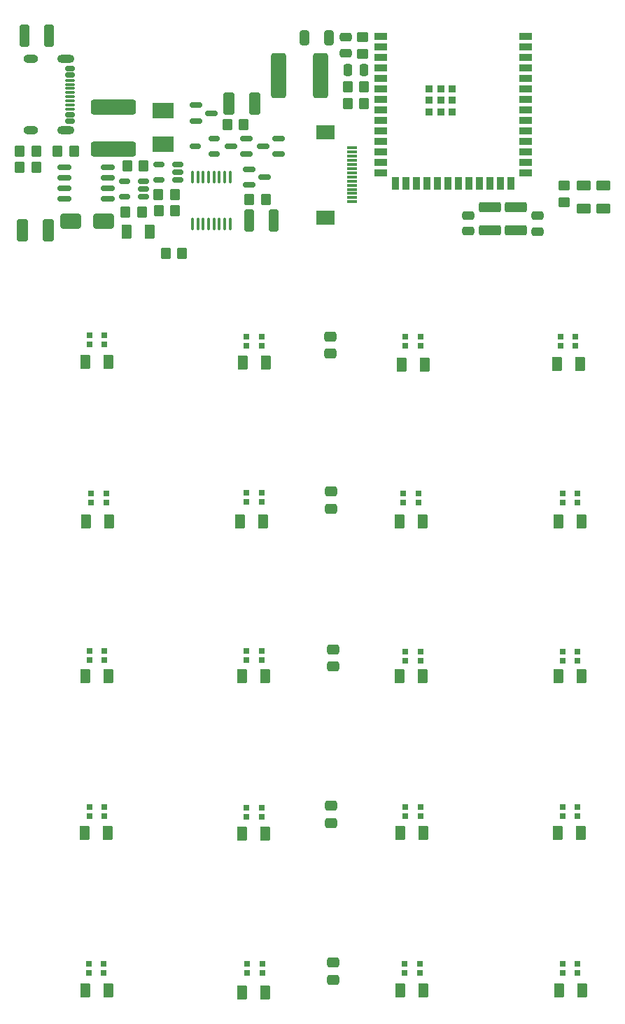
<source format=gbr>
%TF.GenerationSoftware,KiCad,Pcbnew,8.0.8-8.0.8-0~ubuntu22.04.1*%
%TF.CreationDate,2025-02-03T23:53:40+00:00*%
%TF.ProjectId,numcalcium,6e756d63-616c-4636-9975-6d2e6b696361,rev?*%
%TF.SameCoordinates,Original*%
%TF.FileFunction,Paste,Top*%
%TF.FilePolarity,Positive*%
%FSLAX46Y46*%
G04 Gerber Fmt 4.6, Leading zero omitted, Abs format (unit mm)*
G04 Created by KiCad (PCBNEW 8.0.8-8.0.8-0~ubuntu22.04.1) date 2025-02-03 23:53:40*
%MOMM*%
%LPD*%
G01*
G04 APERTURE LIST*
G04 Aperture macros list*
%AMRoundRect*
0 Rectangle with rounded corners*
0 $1 Rounding radius*
0 $2 $3 $4 $5 $6 $7 $8 $9 X,Y pos of 4 corners*
0 Add a 4 corners polygon primitive as box body*
4,1,4,$2,$3,$4,$5,$6,$7,$8,$9,$2,$3,0*
0 Add four circle primitives for the rounded corners*
1,1,$1+$1,$2,$3*
1,1,$1+$1,$4,$5*
1,1,$1+$1,$6,$7*
1,1,$1+$1,$8,$9*
0 Add four rect primitives between the rounded corners*
20,1,$1+$1,$2,$3,$4,$5,0*
20,1,$1+$1,$4,$5,$6,$7,0*
20,1,$1+$1,$6,$7,$8,$9,0*
20,1,$1+$1,$8,$9,$2,$3,0*%
G04 Aperture macros list end*
%ADD10R,0.700000X0.700000*%
%ADD11RoundRect,0.150000X0.512500X0.150000X-0.512500X0.150000X-0.512500X-0.150000X0.512500X-0.150000X0*%
%ADD12RoundRect,0.250000X0.375000X0.625000X-0.375000X0.625000X-0.375000X-0.625000X0.375000X-0.625000X0*%
%ADD13RoundRect,0.250000X-0.350000X-0.450000X0.350000X-0.450000X0.350000X0.450000X-0.350000X0.450000X0*%
%ADD14RoundRect,0.100000X0.100000X-0.637500X0.100000X0.637500X-0.100000X0.637500X-0.100000X-0.637500X0*%
%ADD15RoundRect,0.250000X0.650000X2.450000X-0.650000X2.450000X-0.650000X-2.450000X0.650000X-2.450000X0*%
%ADD16RoundRect,0.250000X0.350000X0.450000X-0.350000X0.450000X-0.350000X-0.450000X0.350000X-0.450000X0*%
%ADD17RoundRect,0.250000X0.475000X-0.337500X0.475000X0.337500X-0.475000X0.337500X-0.475000X-0.337500X0*%
%ADD18RoundRect,0.250000X0.412500X1.100000X-0.412500X1.100000X-0.412500X-1.100000X0.412500X-1.100000X0*%
%ADD19RoundRect,0.250000X-0.475000X0.250000X-0.475000X-0.250000X0.475000X-0.250000X0.475000X0.250000X0*%
%ADD20RoundRect,0.150000X0.587500X0.150000X-0.587500X0.150000X-0.587500X-0.150000X0.587500X-0.150000X0*%
%ADD21RoundRect,0.250000X0.625000X-0.375000X0.625000X0.375000X-0.625000X0.375000X-0.625000X-0.375000X0*%
%ADD22RoundRect,0.250000X-0.375000X-0.625000X0.375000X-0.625000X0.375000X0.625000X-0.375000X0.625000X0*%
%ADD23RoundRect,0.250000X0.325000X0.650000X-0.325000X0.650000X-0.325000X-0.650000X0.325000X-0.650000X0*%
%ADD24RoundRect,0.150000X-0.587500X-0.150000X0.587500X-0.150000X0.587500X0.150000X-0.587500X0.150000X0*%
%ADD25RoundRect,0.150000X-0.425000X0.150000X-0.425000X-0.150000X0.425000X-0.150000X0.425000X0.150000X0*%
%ADD26RoundRect,0.075000X-0.500000X0.075000X-0.500000X-0.075000X0.500000X-0.075000X0.500000X0.075000X0*%
%ADD27O,2.100000X1.000000*%
%ADD28O,1.800000X1.000000*%
%ADD29R,2.500000X1.900000*%
%ADD30R,0.900000X0.900000*%
%ADD31R,1.500000X0.900000*%
%ADD32R,0.900000X1.500000*%
%ADD33RoundRect,0.250000X1.000000X0.650000X-1.000000X0.650000X-1.000000X-0.650000X1.000000X-0.650000X0*%
%ADD34RoundRect,0.250000X1.075000X-0.375000X1.075000X0.375000X-1.075000X0.375000X-1.075000X-0.375000X0*%
%ADD35RoundRect,0.250000X0.325000X1.100000X-0.325000X1.100000X-0.325000X-1.100000X0.325000X-1.100000X0*%
%ADD36RoundRect,0.250000X-0.412500X-1.100000X0.412500X-1.100000X0.412500X1.100000X-0.412500X1.100000X0*%
%ADD37RoundRect,0.250000X-0.450000X0.350000X-0.450000X-0.350000X0.450000X-0.350000X0.450000X0.350000X0*%
%ADD38RoundRect,0.250000X-2.450000X0.650000X-2.450000X-0.650000X2.450000X-0.650000X2.450000X0.650000X0*%
%ADD39RoundRect,0.150000X0.675000X0.150000X-0.675000X0.150000X-0.675000X-0.150000X0.675000X-0.150000X0*%
%ADD40RoundRect,0.250000X-1.075000X0.375000X-1.075000X-0.375000X1.075000X-0.375000X1.075000X0.375000X0*%
%ADD41RoundRect,0.250000X0.250000X0.475000X-0.250000X0.475000X-0.250000X-0.475000X0.250000X-0.475000X0*%
%ADD42R,1.300000X0.300000*%
%ADD43R,2.200000X1.800000*%
G04 APERTURE END LIST*
D10*
%TO.C,D38*%
X27952879Y-36410843D03*
X27952879Y-35310843D03*
X29782879Y-35310843D03*
X29782879Y-36410843D03*
%TD*%
D11*
%TO.C,U1*%
X15501379Y-18430843D03*
X15501379Y-17480843D03*
X15501379Y-16530843D03*
X13226379Y-16530843D03*
X13226379Y-18430843D03*
%TD*%
D12*
%TO.C,D1*%
X11265879Y-114416843D03*
X8465879Y-114416843D03*
%TD*%
D13*
%TO.C,R10*%
X28292000Y-18764000D03*
X30292000Y-18764000D03*
%TD*%
D14*
%TO.C,U3*%
X21432879Y-16018343D03*
X22082879Y-16018343D03*
X22732879Y-16018343D03*
X23382879Y-16018343D03*
X24032879Y-16018343D03*
X24682879Y-16018343D03*
X25332879Y-16018343D03*
X25982879Y-16018343D03*
X25982879Y-21743343D03*
X25332879Y-21743343D03*
X24682879Y-21743343D03*
X24032879Y-21743343D03*
X23382879Y-21743343D03*
X22732879Y-21743343D03*
X22082879Y-21743343D03*
X21432879Y-21743343D03*
%TD*%
D15*
%TO.C,C6*%
X36947479Y-3788043D03*
X31847479Y-3788043D03*
%TD*%
D16*
%TO.C,R17*%
X2555879Y-14862443D03*
X555879Y-14862443D03*
%TD*%
D17*
%TO.C,C17*%
X38457879Y-75238343D03*
X38457879Y-73163343D03*
%TD*%
D13*
%TO.C,R5*%
X40215879Y-7116843D03*
X42215879Y-7116843D03*
%TD*%
D12*
%TO.C,D4*%
X68565879Y-114416843D03*
X65765879Y-114416843D03*
%TD*%
%TO.C,D20*%
X68315879Y-38616843D03*
X65515879Y-38616843D03*
%TD*%
%TO.C,D5*%
X11165879Y-95416843D03*
X8365879Y-95416843D03*
%TD*%
D10*
%TO.C,D36*%
X66202879Y-55410843D03*
X66202879Y-54310843D03*
X68032879Y-54310843D03*
X68032879Y-55410843D03*
%TD*%
D12*
%TO.C,D9*%
X11265879Y-76416843D03*
X8465879Y-76416843D03*
%TD*%
D18*
%TO.C,C22*%
X890879Y-22480843D03*
X4015879Y-22480843D03*
%TD*%
D12*
%TO.C,D12*%
X68515879Y-76416843D03*
X65715879Y-76416843D03*
%TD*%
%TO.C,D18*%
X30365879Y-38516843D03*
X27565879Y-38516843D03*
%TD*%
D19*
%TO.C,C8*%
X39995479Y870357D03*
X39995479Y-1029643D03*
%TD*%
D20*
%TO.C,Q3*%
X27929500Y-13264000D03*
X27929500Y-11364000D03*
X26054500Y-12314000D03*
%TD*%
D10*
%TO.C,D40*%
X65952879Y-36410843D03*
X65952879Y-35310843D03*
X67782879Y-35310843D03*
X67782879Y-36410843D03*
%TD*%
D21*
%TO.C,D46*%
X71107879Y-19880843D03*
X71107879Y-17080843D03*
%TD*%
D22*
%TO.C,D44*%
X13507879Y-22680843D03*
X16307879Y-22680843D03*
%TD*%
D12*
%TO.C,D10*%
X30265879Y-76416843D03*
X27465879Y-76416843D03*
%TD*%
D10*
%TO.C,D39*%
X47202879Y-36410843D03*
X47202879Y-35310843D03*
X49032879Y-35310843D03*
X49032879Y-36410843D03*
%TD*%
D17*
%TO.C,C18*%
X38192000Y-94180843D03*
X38192000Y-92105843D03*
%TD*%
%TO.C,C14*%
X38092000Y-37385843D03*
X38092000Y-35310843D03*
%TD*%
D23*
%TO.C,C7*%
X37967000Y836000D03*
X35017000Y836000D03*
%TD*%
D24*
%TO.C,Q1*%
X21854500Y-7351500D03*
X21854500Y-9251500D03*
X23729500Y-8301500D03*
%TD*%
D25*
%TO.C,J6*%
X6662879Y-2880843D03*
X6662879Y-3680843D03*
D26*
X6662879Y-4830843D03*
X6662879Y-5830843D03*
X6662879Y-6330843D03*
X6662879Y-7330843D03*
D25*
X6662879Y-8480843D03*
X6662879Y-9280843D03*
X6662879Y-9280843D03*
X6662879Y-8480843D03*
D26*
X6662879Y-7830843D03*
X6662879Y-6830843D03*
X6662879Y-5330843D03*
X6662879Y-4330843D03*
D25*
X6662879Y-3680843D03*
X6662879Y-2880843D03*
D27*
X6087879Y-1760843D03*
D28*
X1907879Y-1760843D03*
D27*
X6087879Y-10400843D03*
D28*
X1907879Y-10400843D03*
%TD*%
D29*
%TO.C,L1*%
X17907879Y-12080843D03*
X17907879Y-7980843D03*
%TD*%
D12*
%TO.C,D16*%
X68515879Y-57716843D03*
X65715879Y-57716843D03*
%TD*%
D30*
%TO.C,U4*%
X50067668Y-5362723D03*
X50067668Y-6762723D03*
X50067668Y-8162723D03*
X51467668Y-5362723D03*
X51467668Y-6762723D03*
X51467668Y-8162723D03*
X52867668Y-5362723D03*
X52867668Y-6762723D03*
X52867668Y-8162723D03*
D31*
X44217668Y957277D03*
X44217668Y-312723D03*
X44217668Y-1582723D03*
X44217668Y-2852723D03*
X44217668Y-4122723D03*
X44217668Y-5392723D03*
X44217668Y-6662723D03*
X44217668Y-7932723D03*
X44217668Y-9202723D03*
X44217668Y-10472723D03*
X44217668Y-11742723D03*
X44217668Y-13012723D03*
X44217668Y-14282723D03*
X44217668Y-15552723D03*
D32*
X45982668Y-16802723D03*
X47252668Y-16802723D03*
X48522668Y-16802723D03*
X49792668Y-16802723D03*
X51062668Y-16802723D03*
X52332668Y-16802723D03*
X53602668Y-16802723D03*
X54872668Y-16802723D03*
X56142668Y-16802723D03*
X57412668Y-16802723D03*
X58682668Y-16802723D03*
X59952668Y-16802723D03*
D31*
X61717668Y-15552723D03*
X61717668Y-14282723D03*
X61717668Y-13012723D03*
X61717668Y-11742723D03*
X61717668Y-10472723D03*
X61717668Y-9202723D03*
X61717668Y-7932723D03*
X61717668Y-6662723D03*
X61717668Y-5392723D03*
X61717668Y-4122723D03*
X61717668Y-2852723D03*
X61717668Y-1582723D03*
X61717668Y-312723D03*
X61717668Y957277D03*
%TD*%
D12*
%TO.C,D6*%
X30215879Y-95480843D03*
X27415879Y-95480843D03*
%TD*%
D33*
%TO.C,D43*%
X10707879Y-21380843D03*
X6707879Y-21380843D03*
%TD*%
D10*
%TO.C,D30*%
X27957879Y-74468343D03*
X27957879Y-73368343D03*
X29787879Y-73368343D03*
X29787879Y-74468343D03*
%TD*%
D16*
%TO.C,R16*%
X2555879Y-12887923D03*
X555879Y-12887923D03*
%TD*%
D12*
%TO.C,D11*%
X49265879Y-76416843D03*
X46465879Y-76416843D03*
%TD*%
D16*
%TO.C,R8*%
X19336779Y-20108843D03*
X17336779Y-20108843D03*
%TD*%
D34*
%TO.C,L2*%
X57392000Y-22464000D03*
X57392000Y-19664000D03*
%TD*%
D12*
%TO.C,D13*%
X11365879Y-57716843D03*
X8565879Y-57716843D03*
%TD*%
D35*
%TO.C,C1*%
X1131679Y1088757D03*
X4081679Y1088757D03*
%TD*%
D24*
%TO.C,Q6*%
X28317000Y-15114000D03*
X28317000Y-17014000D03*
X30192000Y-16064000D03*
%TD*%
D36*
%TO.C,C3*%
X25867000Y-7114000D03*
X28992000Y-7114000D03*
%TD*%
D10*
%TO.C,D34*%
X27952879Y-55310843D03*
X27952879Y-54210843D03*
X29782879Y-54210843D03*
X29782879Y-55310843D03*
%TD*%
D37*
%TO.C,R12*%
X66434279Y-17081843D03*
X66434279Y-19081843D03*
%TD*%
D16*
%TO.C,R3*%
X15551379Y-14730843D03*
X13551379Y-14730843D03*
%TD*%
D12*
%TO.C,D8*%
X68415879Y-95416843D03*
X65615879Y-95416843D03*
%TD*%
D38*
%TO.C,C2*%
X11907879Y-7537243D03*
X11907879Y-12637243D03*
%TD*%
D21*
%TO.C,D45*%
X68801668Y-19878123D03*
X68801668Y-17078123D03*
%TD*%
D17*
%TO.C,C19*%
X38457879Y-113130843D03*
X38457879Y-111055843D03*
%TD*%
D10*
%TO.C,D33*%
X9202879Y-55410843D03*
X9202879Y-54310843D03*
X11032879Y-54310843D03*
X11032879Y-55410843D03*
%TD*%
%TO.C,D37*%
X8952879Y-36310843D03*
X8952879Y-35210843D03*
X10782879Y-35210843D03*
X10782879Y-36310843D03*
%TD*%
D39*
%TO.C,Q5*%
X11193379Y-18690843D03*
X11193379Y-17420843D03*
X11193379Y-16150843D03*
X11193379Y-14880843D03*
X5943379Y-14880843D03*
X5943379Y-16150843D03*
X5943379Y-17420843D03*
X5943379Y-18690843D03*
%TD*%
D13*
%TO.C,R26*%
X5107879Y-12880843D03*
X7107879Y-12880843D03*
%TD*%
D35*
%TO.C,C5*%
X31217000Y-21314000D03*
X28267000Y-21314000D03*
%TD*%
D12*
%TO.C,D2*%
X30265879Y-114666843D03*
X27465879Y-114666843D03*
%TD*%
D10*
%TO.C,D21*%
X10702879Y-112310843D03*
X10702879Y-111210843D03*
X8872879Y-111210843D03*
X8872879Y-112310843D03*
%TD*%
D16*
%TO.C,R4*%
X15307879Y-20280843D03*
X13307879Y-20280843D03*
%TD*%
D40*
%TO.C,L3*%
X60592000Y-19664000D03*
X60592000Y-22464000D03*
%TD*%
D11*
%TO.C,U5*%
X24079500Y-13264000D03*
X24079500Y-11364000D03*
X21804500Y-12314000D03*
%TD*%
%TO.C,U2*%
X19682979Y-16399343D03*
X19682979Y-15449343D03*
X19682979Y-14499343D03*
X17407979Y-14499343D03*
X17407979Y-16399343D03*
%TD*%
D10*
%TO.C,D35*%
X46952879Y-55410843D03*
X46952879Y-54310843D03*
X48782879Y-54310843D03*
X48782879Y-55410843D03*
%TD*%
%TO.C,D26*%
X29782879Y-93410843D03*
X29782879Y-92310843D03*
X27952879Y-92310843D03*
X27952879Y-93410843D03*
%TD*%
D12*
%TO.C,D19*%
X49565879Y-38766843D03*
X46765879Y-38766843D03*
%TD*%
D10*
%TO.C,D31*%
X47207879Y-74568343D03*
X47207879Y-73468343D03*
X49037879Y-73468343D03*
X49037879Y-74568343D03*
%TD*%
D16*
%TO.C,R9*%
X19285979Y-18126643D03*
X17285979Y-18126643D03*
%TD*%
D13*
%TO.C,R1*%
X18192000Y-25264000D03*
X20192000Y-25264000D03*
%TD*%
D12*
%TO.C,D14*%
X30015879Y-57716843D03*
X27215879Y-57716843D03*
%TD*%
%TO.C,D17*%
X11265879Y-38366843D03*
X8465879Y-38366843D03*
%TD*%
D41*
%TO.C,C4*%
X42165879Y-3116843D03*
X40265879Y-3116843D03*
%TD*%
D12*
%TO.C,D15*%
X49265879Y-57716843D03*
X46465879Y-57716843D03*
%TD*%
D16*
%TO.C,R7*%
X27642000Y-9664000D03*
X25642000Y-9664000D03*
%TD*%
D12*
%TO.C,D7*%
X49415879Y-95416843D03*
X46615879Y-95416843D03*
%TD*%
%TO.C,D3*%
X49415879Y-114416843D03*
X46615879Y-114416843D03*
%TD*%
D42*
%TO.C,J1*%
X40757879Y-12530843D03*
X40757879Y-13030843D03*
X40757879Y-13530843D03*
X40757879Y-14030843D03*
X40757879Y-14530843D03*
X40757879Y-15030843D03*
X40757879Y-15530843D03*
X40757879Y-16030843D03*
X40757879Y-16530843D03*
X40757879Y-17030843D03*
X40757879Y-17530843D03*
X40757879Y-18030843D03*
X40757879Y-18530843D03*
X40757879Y-19030843D03*
D43*
X37507879Y-10630843D03*
X37507879Y-20930843D03*
%TD*%
D16*
%TO.C,R6*%
X42215879Y-5116843D03*
X40215879Y-5116843D03*
%TD*%
D19*
%TO.C,C21*%
X54792000Y-20664000D03*
X54792000Y-22564000D03*
%TD*%
D10*
%TO.C,D29*%
X10787879Y-74468343D03*
X10787879Y-73368343D03*
X8957879Y-73368343D03*
X8957879Y-74468343D03*
%TD*%
D37*
%TO.C,R14*%
X41976679Y853557D03*
X41976679Y-1146443D03*
%TD*%
D19*
%TO.C,C20*%
X63192000Y-20714000D03*
X63192000Y-22614000D03*
%TD*%
D17*
%TO.C,C16*%
X38192000Y-56155843D03*
X38192000Y-54080843D03*
%TD*%
D10*
%TO.C,D32*%
X66207879Y-74568343D03*
X66207879Y-73468343D03*
X68037879Y-73468343D03*
X68037879Y-74568343D03*
%TD*%
D20*
%TO.C,Q2*%
X31829500Y-13264000D03*
X31829500Y-11364000D03*
X29954500Y-12314000D03*
%TD*%
D10*
%TO.C,D24*%
X66202879Y-112310843D03*
X66202879Y-111210843D03*
X68032879Y-111210843D03*
X68032879Y-112310843D03*
%TD*%
%TO.C,D28*%
X66202879Y-93310843D03*
X66202879Y-92210843D03*
X68032879Y-92210843D03*
X68032879Y-93310843D03*
%TD*%
%TO.C,D27*%
X47202879Y-93310843D03*
X47202879Y-92210843D03*
X49032879Y-92210843D03*
X49032879Y-93310843D03*
%TD*%
%TO.C,D25*%
X8952879Y-93310843D03*
X8952879Y-92210843D03*
X10782879Y-92210843D03*
X10782879Y-93310843D03*
%TD*%
%TO.C,D23*%
X47122879Y-112310843D03*
X47122879Y-111210843D03*
X48952879Y-111210843D03*
X48952879Y-112310843D03*
%TD*%
%TO.C,D22*%
X29867879Y-112310843D03*
X29867879Y-111210843D03*
X28037879Y-111210843D03*
X28037879Y-112310843D03*
%TD*%
M02*

</source>
